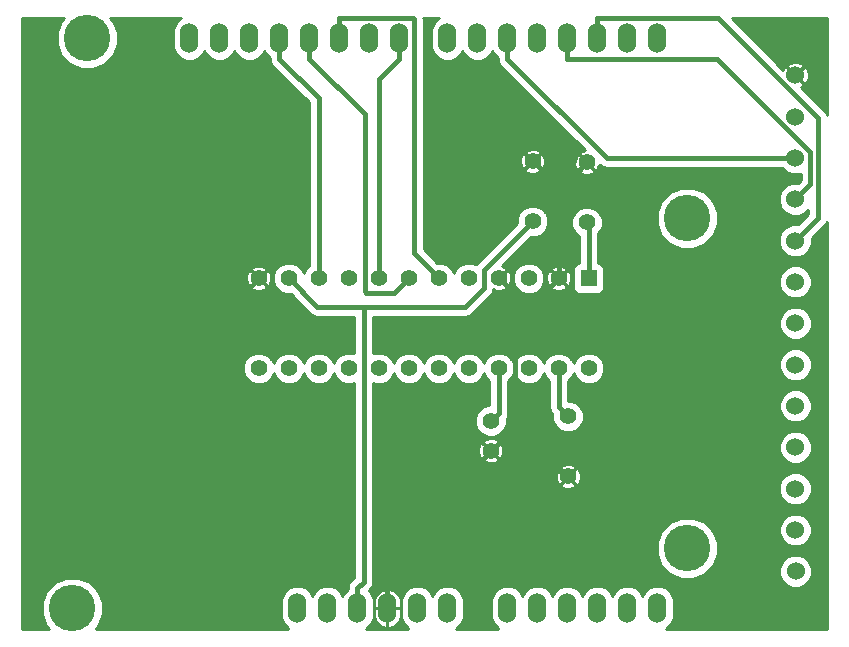
<source format=gbl>
G04 (created by PCBNEW-RS274X (2011-aug-04)-testing) date Mon 24 Sep 2012 02:42:22 PM PDT*
G01*
G70*
G90*
%MOIN*%
G04 Gerber Fmt 3.4, Leading zero omitted, Abs format*
%FSLAX34Y34*%
G04 APERTURE LIST*
%ADD10C,0.006000*%
%ADD11O,0.060000X0.100000*%
%ADD12C,0.155000*%
%ADD13R,0.055000X0.055000*%
%ADD14C,0.055000*%
%ADD15C,0.060000*%
%ADD16C,0.015000*%
%ADD17C,0.010000*%
G04 APERTURE END LIST*
G54D10*
G54D11*
X70237Y-51677D03*
X69237Y-51677D03*
X68237Y-51677D03*
X65237Y-51677D03*
X66237Y-51677D03*
X67237Y-51677D03*
X63237Y-51677D03*
X62237Y-51677D03*
X61237Y-51677D03*
X59237Y-51677D03*
X58237Y-51677D03*
X70237Y-32677D03*
X69237Y-32677D03*
X68237Y-32677D03*
X67237Y-32677D03*
X66237Y-32677D03*
X65237Y-32677D03*
X64237Y-32677D03*
X63237Y-32677D03*
X61637Y-32677D03*
X60637Y-32677D03*
X59637Y-32677D03*
X58637Y-32677D03*
X57637Y-32677D03*
X56637Y-32677D03*
X55637Y-32677D03*
X54637Y-32677D03*
X60237Y-51677D03*
G54D12*
X71237Y-49677D03*
X71237Y-38677D03*
X51237Y-32677D03*
X50737Y-51677D03*
G54D13*
X67951Y-40675D03*
G54D14*
X66951Y-40675D03*
X65951Y-40675D03*
X64951Y-40675D03*
X63951Y-40675D03*
X62951Y-40675D03*
X61951Y-40675D03*
X60951Y-40675D03*
X59951Y-40675D03*
X58951Y-40675D03*
X57951Y-40675D03*
X56951Y-40675D03*
X56951Y-43675D03*
X57951Y-43675D03*
X58951Y-43675D03*
X59951Y-43675D03*
X60951Y-43675D03*
X61951Y-43675D03*
X62951Y-43675D03*
X63951Y-43675D03*
X64951Y-43675D03*
X65951Y-43675D03*
X66951Y-43675D03*
X67951Y-43675D03*
X67264Y-45280D03*
X67264Y-47280D03*
X67894Y-38815D03*
X67894Y-36815D03*
X66083Y-38776D03*
X66083Y-36776D03*
X64685Y-45425D03*
X64685Y-46425D03*
G54D15*
X74843Y-50444D03*
X74842Y-49067D03*
X74841Y-47686D03*
X74842Y-46309D03*
X74842Y-44931D03*
X74842Y-43555D03*
X74842Y-42176D03*
X74841Y-40798D03*
X74841Y-39420D03*
X74841Y-38040D03*
X74840Y-35286D03*
X74841Y-36664D03*
X74841Y-33908D03*
G54D16*
X67951Y-38872D02*
X67951Y-40675D01*
X67894Y-38815D02*
X67951Y-38872D01*
X63834Y-41629D02*
X60451Y-41629D01*
X64452Y-41011D02*
X63834Y-41629D01*
X64452Y-40407D02*
X64452Y-41011D01*
X66083Y-38776D02*
X64452Y-40407D01*
X58905Y-41629D02*
X57951Y-40675D01*
X60451Y-41629D02*
X58905Y-41629D01*
X60451Y-50785D02*
X60237Y-50999D01*
X60451Y-41629D02*
X60451Y-50785D01*
X60237Y-51677D02*
X60237Y-50999D01*
X62077Y-31999D02*
X59637Y-31999D01*
X62119Y-32041D02*
X62077Y-31999D01*
X62119Y-39843D02*
X62119Y-32041D01*
X62951Y-40675D02*
X62119Y-39843D01*
X59637Y-32677D02*
X59637Y-31999D01*
X72255Y-31999D02*
X68237Y-31999D01*
X75594Y-35338D02*
X72255Y-31999D01*
X75594Y-38667D02*
X75594Y-35338D01*
X74841Y-39420D02*
X75594Y-38667D01*
X68237Y-32677D02*
X68237Y-31999D01*
X67237Y-32677D02*
X67237Y-33355D01*
X75340Y-37541D02*
X74841Y-38040D01*
X75340Y-36463D02*
X75340Y-37541D01*
X72232Y-33355D02*
X75340Y-36463D01*
X67237Y-33355D02*
X72232Y-33355D01*
X68546Y-36664D02*
X65237Y-33355D01*
X74841Y-36664D02*
X68546Y-36664D01*
X65237Y-32677D02*
X65237Y-33355D01*
X58951Y-34669D02*
X57637Y-33355D01*
X58951Y-40675D02*
X58951Y-34669D01*
X57637Y-32677D02*
X57637Y-33355D01*
X60494Y-35212D02*
X58637Y-33355D01*
X60494Y-41114D02*
X60494Y-35212D01*
X60537Y-41157D02*
X60494Y-41114D01*
X61469Y-41157D02*
X60537Y-41157D01*
X61951Y-40675D02*
X61469Y-41157D01*
X58637Y-32677D02*
X58637Y-33355D01*
X60951Y-34041D02*
X61637Y-33355D01*
X60951Y-40675D02*
X60951Y-34041D01*
X61637Y-32677D02*
X61637Y-33355D01*
X66405Y-41221D02*
X66951Y-40675D01*
X65497Y-41221D02*
X66405Y-41221D01*
X65497Y-41221D02*
X64951Y-40675D01*
X61237Y-49873D02*
X61237Y-51677D01*
X64685Y-46425D02*
X61237Y-49873D01*
X65497Y-45613D02*
X64685Y-46425D01*
X65497Y-41221D02*
X65497Y-45613D01*
X67164Y-47280D02*
X67264Y-47280D01*
X65497Y-45613D02*
X67164Y-47280D01*
X66951Y-37286D02*
X66951Y-40675D01*
X67423Y-37286D02*
X66951Y-37286D01*
X67894Y-36815D02*
X67423Y-37286D01*
X66593Y-37286D02*
X66083Y-36776D01*
X66951Y-37286D02*
X66593Y-37286D01*
X64951Y-45159D02*
X64951Y-43675D01*
X64685Y-45425D02*
X64951Y-45159D01*
X66951Y-44967D02*
X66951Y-43675D01*
X67264Y-45280D02*
X66951Y-44967D01*
G54D10*
G36*
X60126Y-50650D02*
X60007Y-50769D01*
X59937Y-50875D01*
X59912Y-50999D01*
X59912Y-51024D01*
X59780Y-51157D01*
X59737Y-51259D01*
X59695Y-51157D01*
X59543Y-51006D01*
X59345Y-50923D01*
X59130Y-50923D01*
X58931Y-51005D01*
X58780Y-51157D01*
X58737Y-51259D01*
X58695Y-51157D01*
X58543Y-51006D01*
X58345Y-50923D01*
X58130Y-50923D01*
X57931Y-51005D01*
X57780Y-51157D01*
X57697Y-51355D01*
X57697Y-51570D01*
X57697Y-51998D01*
X57779Y-52197D01*
X57931Y-52348D01*
X57935Y-52350D01*
X51513Y-52350D01*
X51605Y-52258D01*
X51762Y-51882D01*
X51762Y-51474D01*
X51606Y-51097D01*
X51318Y-50809D01*
X50942Y-50652D01*
X50534Y-50652D01*
X50157Y-50808D01*
X49869Y-51096D01*
X49712Y-51472D01*
X49712Y-51880D01*
X49868Y-52257D01*
X49961Y-52350D01*
X49050Y-52350D01*
X49050Y-31998D01*
X50467Y-31998D01*
X50369Y-32096D01*
X50212Y-32472D01*
X50212Y-32880D01*
X50368Y-33257D01*
X50656Y-33545D01*
X51032Y-33702D01*
X51440Y-33702D01*
X51817Y-33546D01*
X52105Y-33258D01*
X52262Y-32882D01*
X52262Y-32474D01*
X52106Y-32097D01*
X52007Y-31998D01*
X54347Y-31998D01*
X54331Y-32005D01*
X54180Y-32157D01*
X54097Y-32355D01*
X54097Y-32570D01*
X54097Y-32998D01*
X54179Y-33197D01*
X54331Y-33348D01*
X54529Y-33431D01*
X54744Y-33431D01*
X54943Y-33349D01*
X55094Y-33197D01*
X55136Y-33094D01*
X55179Y-33197D01*
X55331Y-33348D01*
X55529Y-33431D01*
X55744Y-33431D01*
X55943Y-33349D01*
X56094Y-33197D01*
X56136Y-33094D01*
X56179Y-33197D01*
X56331Y-33348D01*
X56529Y-33431D01*
X56744Y-33431D01*
X56943Y-33349D01*
X57094Y-33197D01*
X57136Y-33094D01*
X57179Y-33197D01*
X57312Y-33329D01*
X57312Y-33355D01*
X57337Y-33479D01*
X57407Y-33585D01*
X58626Y-34804D01*
X58626Y-40257D01*
X58506Y-40377D01*
X58450Y-40510D01*
X58396Y-40378D01*
X58249Y-40230D01*
X58056Y-40150D01*
X57847Y-40150D01*
X57654Y-40230D01*
X57506Y-40377D01*
X57426Y-40570D01*
X57426Y-40779D01*
X57506Y-40972D01*
X57653Y-41120D01*
X57846Y-41200D01*
X58016Y-41200D01*
X58675Y-41859D01*
X58780Y-41929D01*
X58781Y-41929D01*
X58905Y-41954D01*
X60126Y-41954D01*
X60126Y-43179D01*
X60056Y-43150D01*
X59847Y-43150D01*
X59654Y-43230D01*
X59506Y-43377D01*
X59450Y-43510D01*
X59396Y-43378D01*
X59249Y-43230D01*
X59056Y-43150D01*
X58847Y-43150D01*
X58654Y-43230D01*
X58506Y-43377D01*
X58450Y-43510D01*
X58396Y-43378D01*
X58249Y-43230D01*
X58056Y-43150D01*
X57847Y-43150D01*
X57654Y-43230D01*
X57506Y-43377D01*
X57450Y-43510D01*
X57396Y-43378D01*
X57369Y-43350D01*
X57369Y-40604D01*
X57310Y-40449D01*
X57297Y-40430D01*
X57228Y-40405D01*
X57221Y-40412D01*
X57221Y-40398D01*
X57196Y-40329D01*
X57045Y-40261D01*
X56880Y-40257D01*
X56725Y-40316D01*
X56706Y-40329D01*
X56681Y-40398D01*
X56951Y-40668D01*
X57221Y-40398D01*
X57221Y-40412D01*
X56958Y-40675D01*
X57228Y-40945D01*
X57297Y-40920D01*
X57365Y-40769D01*
X57369Y-40604D01*
X57369Y-43350D01*
X57249Y-43230D01*
X57221Y-43218D01*
X57221Y-40952D01*
X56951Y-40682D01*
X56944Y-40689D01*
X56944Y-40675D01*
X56674Y-40405D01*
X56605Y-40430D01*
X56537Y-40581D01*
X56533Y-40746D01*
X56592Y-40901D01*
X56605Y-40920D01*
X56674Y-40945D01*
X56944Y-40675D01*
X56944Y-40689D01*
X56681Y-40952D01*
X56706Y-41021D01*
X56857Y-41089D01*
X57022Y-41093D01*
X57177Y-41034D01*
X57196Y-41021D01*
X57221Y-40952D01*
X57221Y-43218D01*
X57056Y-43150D01*
X56847Y-43150D01*
X56654Y-43230D01*
X56506Y-43377D01*
X56426Y-43570D01*
X56426Y-43779D01*
X56506Y-43972D01*
X56653Y-44120D01*
X56846Y-44200D01*
X57055Y-44200D01*
X57248Y-44120D01*
X57396Y-43973D01*
X57451Y-43839D01*
X57506Y-43972D01*
X57653Y-44120D01*
X57846Y-44200D01*
X58055Y-44200D01*
X58248Y-44120D01*
X58396Y-43973D01*
X58451Y-43839D01*
X58506Y-43972D01*
X58653Y-44120D01*
X58846Y-44200D01*
X59055Y-44200D01*
X59248Y-44120D01*
X59396Y-43973D01*
X59451Y-43839D01*
X59506Y-43972D01*
X59653Y-44120D01*
X59846Y-44200D01*
X60055Y-44200D01*
X60126Y-44170D01*
X60126Y-50650D01*
X60126Y-50650D01*
G37*
G54D17*
X60126Y-50650D02*
X60007Y-50769D01*
X59937Y-50875D01*
X59912Y-50999D01*
X59912Y-51024D01*
X59780Y-51157D01*
X59737Y-51259D01*
X59695Y-51157D01*
X59543Y-51006D01*
X59345Y-50923D01*
X59130Y-50923D01*
X58931Y-51005D01*
X58780Y-51157D01*
X58737Y-51259D01*
X58695Y-51157D01*
X58543Y-51006D01*
X58345Y-50923D01*
X58130Y-50923D01*
X57931Y-51005D01*
X57780Y-51157D01*
X57697Y-51355D01*
X57697Y-51570D01*
X57697Y-51998D01*
X57779Y-52197D01*
X57931Y-52348D01*
X57935Y-52350D01*
X51513Y-52350D01*
X51605Y-52258D01*
X51762Y-51882D01*
X51762Y-51474D01*
X51606Y-51097D01*
X51318Y-50809D01*
X50942Y-50652D01*
X50534Y-50652D01*
X50157Y-50808D01*
X49869Y-51096D01*
X49712Y-51472D01*
X49712Y-51880D01*
X49868Y-52257D01*
X49961Y-52350D01*
X49050Y-52350D01*
X49050Y-31998D01*
X50467Y-31998D01*
X50369Y-32096D01*
X50212Y-32472D01*
X50212Y-32880D01*
X50368Y-33257D01*
X50656Y-33545D01*
X51032Y-33702D01*
X51440Y-33702D01*
X51817Y-33546D01*
X52105Y-33258D01*
X52262Y-32882D01*
X52262Y-32474D01*
X52106Y-32097D01*
X52007Y-31998D01*
X54347Y-31998D01*
X54331Y-32005D01*
X54180Y-32157D01*
X54097Y-32355D01*
X54097Y-32570D01*
X54097Y-32998D01*
X54179Y-33197D01*
X54331Y-33348D01*
X54529Y-33431D01*
X54744Y-33431D01*
X54943Y-33349D01*
X55094Y-33197D01*
X55136Y-33094D01*
X55179Y-33197D01*
X55331Y-33348D01*
X55529Y-33431D01*
X55744Y-33431D01*
X55943Y-33349D01*
X56094Y-33197D01*
X56136Y-33094D01*
X56179Y-33197D01*
X56331Y-33348D01*
X56529Y-33431D01*
X56744Y-33431D01*
X56943Y-33349D01*
X57094Y-33197D01*
X57136Y-33094D01*
X57179Y-33197D01*
X57312Y-33329D01*
X57312Y-33355D01*
X57337Y-33479D01*
X57407Y-33585D01*
X58626Y-34804D01*
X58626Y-40257D01*
X58506Y-40377D01*
X58450Y-40510D01*
X58396Y-40378D01*
X58249Y-40230D01*
X58056Y-40150D01*
X57847Y-40150D01*
X57654Y-40230D01*
X57506Y-40377D01*
X57426Y-40570D01*
X57426Y-40779D01*
X57506Y-40972D01*
X57653Y-41120D01*
X57846Y-41200D01*
X58016Y-41200D01*
X58675Y-41859D01*
X58780Y-41929D01*
X58781Y-41929D01*
X58905Y-41954D01*
X60126Y-41954D01*
X60126Y-43179D01*
X60056Y-43150D01*
X59847Y-43150D01*
X59654Y-43230D01*
X59506Y-43377D01*
X59450Y-43510D01*
X59396Y-43378D01*
X59249Y-43230D01*
X59056Y-43150D01*
X58847Y-43150D01*
X58654Y-43230D01*
X58506Y-43377D01*
X58450Y-43510D01*
X58396Y-43378D01*
X58249Y-43230D01*
X58056Y-43150D01*
X57847Y-43150D01*
X57654Y-43230D01*
X57506Y-43377D01*
X57450Y-43510D01*
X57396Y-43378D01*
X57369Y-43350D01*
X57369Y-40604D01*
X57310Y-40449D01*
X57297Y-40430D01*
X57228Y-40405D01*
X57221Y-40412D01*
X57221Y-40398D01*
X57196Y-40329D01*
X57045Y-40261D01*
X56880Y-40257D01*
X56725Y-40316D01*
X56706Y-40329D01*
X56681Y-40398D01*
X56951Y-40668D01*
X57221Y-40398D01*
X57221Y-40412D01*
X56958Y-40675D01*
X57228Y-40945D01*
X57297Y-40920D01*
X57365Y-40769D01*
X57369Y-40604D01*
X57369Y-43350D01*
X57249Y-43230D01*
X57221Y-43218D01*
X57221Y-40952D01*
X56951Y-40682D01*
X56944Y-40689D01*
X56944Y-40675D01*
X56674Y-40405D01*
X56605Y-40430D01*
X56537Y-40581D01*
X56533Y-40746D01*
X56592Y-40901D01*
X56605Y-40920D01*
X56674Y-40945D01*
X56944Y-40675D01*
X56944Y-40689D01*
X56681Y-40952D01*
X56706Y-41021D01*
X56857Y-41089D01*
X57022Y-41093D01*
X57177Y-41034D01*
X57196Y-41021D01*
X57221Y-40952D01*
X57221Y-43218D01*
X57056Y-43150D01*
X56847Y-43150D01*
X56654Y-43230D01*
X56506Y-43377D01*
X56426Y-43570D01*
X56426Y-43779D01*
X56506Y-43972D01*
X56653Y-44120D01*
X56846Y-44200D01*
X57055Y-44200D01*
X57248Y-44120D01*
X57396Y-43973D01*
X57451Y-43839D01*
X57506Y-43972D01*
X57653Y-44120D01*
X57846Y-44200D01*
X58055Y-44200D01*
X58248Y-44120D01*
X58396Y-43973D01*
X58451Y-43839D01*
X58506Y-43972D01*
X58653Y-44120D01*
X58846Y-44200D01*
X59055Y-44200D01*
X59248Y-44120D01*
X59396Y-43973D01*
X59451Y-43839D01*
X59506Y-43972D01*
X59653Y-44120D01*
X59846Y-44200D01*
X60055Y-44200D01*
X60126Y-44170D01*
X60126Y-50650D01*
G54D10*
G36*
X75895Y-35218D02*
X75894Y-35214D01*
X75824Y-35108D01*
X75285Y-34569D01*
X75285Y-33833D01*
X75223Y-33669D01*
X75207Y-33648D01*
X75136Y-33620D01*
X75129Y-33627D01*
X75129Y-33613D01*
X75101Y-33542D01*
X74941Y-33470D01*
X74766Y-33464D01*
X74602Y-33526D01*
X74581Y-33542D01*
X74553Y-33613D01*
X74841Y-33901D01*
X75129Y-33613D01*
X75129Y-33627D01*
X74848Y-33908D01*
X75136Y-34196D01*
X75207Y-34168D01*
X75279Y-34008D01*
X75285Y-33833D01*
X75285Y-34569D01*
X75026Y-34310D01*
X75080Y-34290D01*
X75101Y-34274D01*
X75129Y-34203D01*
X74876Y-33950D01*
X74841Y-33915D01*
X74834Y-33908D01*
X74799Y-33873D01*
X74546Y-33620D01*
X74475Y-33648D01*
X74440Y-33724D01*
X72714Y-31998D01*
X75895Y-31998D01*
X75895Y-35218D01*
X75895Y-35218D01*
G37*
G54D17*
X75895Y-35218D02*
X75894Y-35214D01*
X75824Y-35108D01*
X75285Y-34569D01*
X75285Y-33833D01*
X75223Y-33669D01*
X75207Y-33648D01*
X75136Y-33620D01*
X75129Y-33627D01*
X75129Y-33613D01*
X75101Y-33542D01*
X74941Y-33470D01*
X74766Y-33464D01*
X74602Y-33526D01*
X74581Y-33542D01*
X74553Y-33613D01*
X74841Y-33901D01*
X75129Y-33613D01*
X75129Y-33627D01*
X74848Y-33908D01*
X75136Y-34196D01*
X75207Y-34168D01*
X75279Y-34008D01*
X75285Y-33833D01*
X75285Y-34569D01*
X75026Y-34310D01*
X75080Y-34290D01*
X75101Y-34274D01*
X75129Y-34203D01*
X74876Y-33950D01*
X74841Y-33915D01*
X74834Y-33908D01*
X74799Y-33873D01*
X74546Y-33620D01*
X74475Y-33648D01*
X74440Y-33724D01*
X72714Y-31998D01*
X75895Y-31998D01*
X75895Y-35218D01*
G54D10*
G36*
X75895Y-52350D02*
X75392Y-52350D01*
X75392Y-50553D01*
X75392Y-50335D01*
X75391Y-50332D01*
X75391Y-49176D01*
X75391Y-48958D01*
X75391Y-46418D01*
X75391Y-46200D01*
X75391Y-45040D01*
X75391Y-44822D01*
X75391Y-43664D01*
X75391Y-43446D01*
X75391Y-42285D01*
X75391Y-42067D01*
X75390Y-42064D01*
X75390Y-40907D01*
X75390Y-40689D01*
X75306Y-40487D01*
X75152Y-40333D01*
X74950Y-40249D01*
X74732Y-40249D01*
X74530Y-40333D01*
X74376Y-40487D01*
X74292Y-40689D01*
X74292Y-40907D01*
X74376Y-41109D01*
X74530Y-41263D01*
X74732Y-41347D01*
X74950Y-41347D01*
X75152Y-41263D01*
X75306Y-41109D01*
X75390Y-40907D01*
X75390Y-42064D01*
X75307Y-41865D01*
X75153Y-41711D01*
X74951Y-41627D01*
X74733Y-41627D01*
X74531Y-41711D01*
X74377Y-41865D01*
X74293Y-42067D01*
X74293Y-42285D01*
X74377Y-42487D01*
X74531Y-42641D01*
X74733Y-42725D01*
X74951Y-42725D01*
X75153Y-42641D01*
X75307Y-42487D01*
X75391Y-42285D01*
X75391Y-43446D01*
X75307Y-43244D01*
X75153Y-43090D01*
X74951Y-43006D01*
X74733Y-43006D01*
X74531Y-43090D01*
X74377Y-43244D01*
X74293Y-43446D01*
X74293Y-43664D01*
X74377Y-43866D01*
X74531Y-44020D01*
X74733Y-44104D01*
X74951Y-44104D01*
X75153Y-44020D01*
X75307Y-43866D01*
X75391Y-43664D01*
X75391Y-44822D01*
X75307Y-44620D01*
X75153Y-44466D01*
X74951Y-44382D01*
X74733Y-44382D01*
X74531Y-44466D01*
X74377Y-44620D01*
X74293Y-44822D01*
X74293Y-45040D01*
X74377Y-45242D01*
X74531Y-45396D01*
X74733Y-45480D01*
X74951Y-45480D01*
X75153Y-45396D01*
X75307Y-45242D01*
X75391Y-45040D01*
X75391Y-46200D01*
X75307Y-45998D01*
X75153Y-45844D01*
X74951Y-45760D01*
X74733Y-45760D01*
X74531Y-45844D01*
X74377Y-45998D01*
X74293Y-46200D01*
X74293Y-46418D01*
X74377Y-46620D01*
X74531Y-46774D01*
X74733Y-46858D01*
X74951Y-46858D01*
X75153Y-46774D01*
X75307Y-46620D01*
X75391Y-46418D01*
X75391Y-48958D01*
X75390Y-48955D01*
X75390Y-47795D01*
X75390Y-47577D01*
X75306Y-47375D01*
X75152Y-47221D01*
X74950Y-47137D01*
X74732Y-47137D01*
X74530Y-47221D01*
X74376Y-47375D01*
X74292Y-47577D01*
X74292Y-47795D01*
X74376Y-47997D01*
X74530Y-48151D01*
X74732Y-48235D01*
X74950Y-48235D01*
X75152Y-48151D01*
X75306Y-47997D01*
X75390Y-47795D01*
X75390Y-48955D01*
X75307Y-48756D01*
X75153Y-48602D01*
X74951Y-48518D01*
X74733Y-48518D01*
X74531Y-48602D01*
X74377Y-48756D01*
X74293Y-48958D01*
X74293Y-49176D01*
X74377Y-49378D01*
X74531Y-49532D01*
X74733Y-49616D01*
X74951Y-49616D01*
X75153Y-49532D01*
X75307Y-49378D01*
X75391Y-49176D01*
X75391Y-50332D01*
X75308Y-50133D01*
X75154Y-49979D01*
X74952Y-49895D01*
X74734Y-49895D01*
X74532Y-49979D01*
X74378Y-50133D01*
X74294Y-50335D01*
X74294Y-50553D01*
X74378Y-50755D01*
X74532Y-50909D01*
X74734Y-50993D01*
X74952Y-50993D01*
X75154Y-50909D01*
X75308Y-50755D01*
X75392Y-50553D01*
X75392Y-52350D01*
X72262Y-52350D01*
X72262Y-49882D01*
X72262Y-49474D01*
X72262Y-38882D01*
X72262Y-38474D01*
X72106Y-38097D01*
X71818Y-37809D01*
X71442Y-37652D01*
X71034Y-37652D01*
X70657Y-37808D01*
X70369Y-38096D01*
X70212Y-38472D01*
X70212Y-38880D01*
X70368Y-39257D01*
X70656Y-39545D01*
X71032Y-39702D01*
X71440Y-39702D01*
X71817Y-39546D01*
X72105Y-39258D01*
X72262Y-38882D01*
X72262Y-49474D01*
X72106Y-49097D01*
X71818Y-48809D01*
X71442Y-48652D01*
X71034Y-48652D01*
X70657Y-48808D01*
X70369Y-49096D01*
X70212Y-49472D01*
X70212Y-49880D01*
X70368Y-50257D01*
X70656Y-50545D01*
X71032Y-50702D01*
X71440Y-50702D01*
X71817Y-50546D01*
X72105Y-50258D01*
X72262Y-49882D01*
X72262Y-52350D01*
X70540Y-52350D01*
X70543Y-52349D01*
X70694Y-52197D01*
X70777Y-51999D01*
X70777Y-51784D01*
X70777Y-51356D01*
X70695Y-51157D01*
X70543Y-51006D01*
X70345Y-50923D01*
X70130Y-50923D01*
X69931Y-51005D01*
X69780Y-51157D01*
X69737Y-51259D01*
X69695Y-51157D01*
X69543Y-51006D01*
X69345Y-50923D01*
X69130Y-50923D01*
X68931Y-51005D01*
X68780Y-51157D01*
X68737Y-51259D01*
X68695Y-51157D01*
X68543Y-51006D01*
X68345Y-50923D01*
X68130Y-50923D01*
X67931Y-51005D01*
X67780Y-51157D01*
X67737Y-51259D01*
X67695Y-51157D01*
X67682Y-51144D01*
X67682Y-47209D01*
X67623Y-47054D01*
X67610Y-47035D01*
X67541Y-47010D01*
X67534Y-47017D01*
X67534Y-47003D01*
X67509Y-46934D01*
X67358Y-46866D01*
X67193Y-46862D01*
X67038Y-46921D01*
X67019Y-46934D01*
X66994Y-47003D01*
X67264Y-47273D01*
X67534Y-47003D01*
X67534Y-47017D01*
X67271Y-47280D01*
X67541Y-47550D01*
X67610Y-47525D01*
X67678Y-47374D01*
X67682Y-47209D01*
X67682Y-51144D01*
X67543Y-51006D01*
X67534Y-51002D01*
X67534Y-47557D01*
X67264Y-47287D01*
X67257Y-47294D01*
X67257Y-47280D01*
X66987Y-47010D01*
X66918Y-47035D01*
X66850Y-47186D01*
X66846Y-47351D01*
X66905Y-47506D01*
X66918Y-47525D01*
X66987Y-47550D01*
X67257Y-47280D01*
X67257Y-47294D01*
X66994Y-47557D01*
X67019Y-47626D01*
X67170Y-47694D01*
X67335Y-47698D01*
X67490Y-47639D01*
X67509Y-47626D01*
X67534Y-47557D01*
X67534Y-51002D01*
X67345Y-50923D01*
X67130Y-50923D01*
X66931Y-51005D01*
X66780Y-51157D01*
X66737Y-51259D01*
X66695Y-51157D01*
X66543Y-51006D01*
X66345Y-50923D01*
X66130Y-50923D01*
X65931Y-51005D01*
X65780Y-51157D01*
X65737Y-51259D01*
X65695Y-51157D01*
X65543Y-51006D01*
X65345Y-50923D01*
X65130Y-50923D01*
X65103Y-50934D01*
X65103Y-46354D01*
X65044Y-46199D01*
X65031Y-46180D01*
X64962Y-46155D01*
X64955Y-46162D01*
X64955Y-46148D01*
X64930Y-46079D01*
X64779Y-46011D01*
X64614Y-46007D01*
X64459Y-46066D01*
X64440Y-46079D01*
X64415Y-46148D01*
X64685Y-46418D01*
X64955Y-46148D01*
X64955Y-46162D01*
X64692Y-46425D01*
X64962Y-46695D01*
X65031Y-46670D01*
X65099Y-46519D01*
X65103Y-46354D01*
X65103Y-50934D01*
X64955Y-50995D01*
X64955Y-46702D01*
X64685Y-46432D01*
X64678Y-46439D01*
X64678Y-46425D01*
X64408Y-46155D01*
X64339Y-46180D01*
X64271Y-46331D01*
X64267Y-46496D01*
X64326Y-46651D01*
X64339Y-46670D01*
X64408Y-46695D01*
X64678Y-46425D01*
X64678Y-46439D01*
X64415Y-46702D01*
X64440Y-46771D01*
X64591Y-46839D01*
X64756Y-46843D01*
X64911Y-46784D01*
X64930Y-46771D01*
X64955Y-46702D01*
X64955Y-50995D01*
X64931Y-51005D01*
X64780Y-51157D01*
X64697Y-51355D01*
X64697Y-51570D01*
X64697Y-51998D01*
X64779Y-52197D01*
X64931Y-52348D01*
X64935Y-52350D01*
X63540Y-52350D01*
X63543Y-52349D01*
X63694Y-52197D01*
X63777Y-51999D01*
X63777Y-51784D01*
X63777Y-51356D01*
X63695Y-51157D01*
X63543Y-51006D01*
X63345Y-50923D01*
X63130Y-50923D01*
X62931Y-51005D01*
X62780Y-51157D01*
X62737Y-51259D01*
X62695Y-51157D01*
X62543Y-51006D01*
X62345Y-50923D01*
X62130Y-50923D01*
X61931Y-51005D01*
X61780Y-51157D01*
X61697Y-51355D01*
X61697Y-51570D01*
X61697Y-51998D01*
X61779Y-52197D01*
X61931Y-52348D01*
X61935Y-52350D01*
X61687Y-52350D01*
X61687Y-51972D01*
X61687Y-51682D01*
X61687Y-51672D01*
X61687Y-51382D01*
X61616Y-51217D01*
X61488Y-51092D01*
X61312Y-51034D01*
X61242Y-51065D01*
X61242Y-51672D01*
X61687Y-51672D01*
X61687Y-51682D01*
X61242Y-51682D01*
X61242Y-52289D01*
X61312Y-52320D01*
X61488Y-52262D01*
X61616Y-52137D01*
X61687Y-51972D01*
X61687Y-52350D01*
X61232Y-52350D01*
X61232Y-52289D01*
X61232Y-51682D01*
X61232Y-51672D01*
X61232Y-51065D01*
X61162Y-51034D01*
X60986Y-51092D01*
X60858Y-51217D01*
X60787Y-51382D01*
X60787Y-51672D01*
X61232Y-51672D01*
X61232Y-51682D01*
X60787Y-51682D01*
X60787Y-51972D01*
X60858Y-52137D01*
X60986Y-52262D01*
X61162Y-52320D01*
X61232Y-52289D01*
X61232Y-52350D01*
X60540Y-52350D01*
X60543Y-52349D01*
X60694Y-52197D01*
X60777Y-51999D01*
X60777Y-51784D01*
X60777Y-51356D01*
X60695Y-51157D01*
X60616Y-51078D01*
X60678Y-51016D01*
X60680Y-51015D01*
X60681Y-51015D01*
X60750Y-50910D01*
X60751Y-50909D01*
X60776Y-50785D01*
X60776Y-44170D01*
X60846Y-44200D01*
X61055Y-44200D01*
X61248Y-44120D01*
X61396Y-43973D01*
X61451Y-43839D01*
X61506Y-43972D01*
X61653Y-44120D01*
X61846Y-44200D01*
X62055Y-44200D01*
X62248Y-44120D01*
X62396Y-43973D01*
X62451Y-43839D01*
X62506Y-43972D01*
X62653Y-44120D01*
X62846Y-44200D01*
X63055Y-44200D01*
X63248Y-44120D01*
X63396Y-43973D01*
X63451Y-43839D01*
X63506Y-43972D01*
X63653Y-44120D01*
X63846Y-44200D01*
X64055Y-44200D01*
X64248Y-44120D01*
X64396Y-43973D01*
X64451Y-43839D01*
X64506Y-43972D01*
X64626Y-44092D01*
X64626Y-44900D01*
X64581Y-44900D01*
X64388Y-44980D01*
X64240Y-45127D01*
X64160Y-45320D01*
X64160Y-45529D01*
X64240Y-45722D01*
X64387Y-45870D01*
X64580Y-45950D01*
X64789Y-45950D01*
X64982Y-45870D01*
X65130Y-45723D01*
X65210Y-45530D01*
X65210Y-45345D01*
X65251Y-45284D01*
X65251Y-45283D01*
X65276Y-45159D01*
X65276Y-44092D01*
X65396Y-43973D01*
X65451Y-43839D01*
X65506Y-43972D01*
X65653Y-44120D01*
X65846Y-44200D01*
X66055Y-44200D01*
X66248Y-44120D01*
X66396Y-43973D01*
X66451Y-43839D01*
X66506Y-43972D01*
X66626Y-44092D01*
X66626Y-44967D01*
X66651Y-45091D01*
X66721Y-45197D01*
X66739Y-45214D01*
X66739Y-45384D01*
X66819Y-45577D01*
X66966Y-45725D01*
X67159Y-45805D01*
X67368Y-45805D01*
X67561Y-45725D01*
X67709Y-45578D01*
X67789Y-45385D01*
X67789Y-45176D01*
X67709Y-44983D01*
X67562Y-44835D01*
X67369Y-44755D01*
X67276Y-44755D01*
X67276Y-44092D01*
X67396Y-43973D01*
X67451Y-43839D01*
X67506Y-43972D01*
X67653Y-44120D01*
X67846Y-44200D01*
X68055Y-44200D01*
X68248Y-44120D01*
X68396Y-43973D01*
X68476Y-43780D01*
X68476Y-43571D01*
X68475Y-43568D01*
X68475Y-41000D01*
X68475Y-40901D01*
X68475Y-40351D01*
X68437Y-40259D01*
X68367Y-40189D01*
X68276Y-40151D01*
X68276Y-39175D01*
X68339Y-39113D01*
X68419Y-38920D01*
X68419Y-38711D01*
X68339Y-38518D01*
X68192Y-38370D01*
X68164Y-38358D01*
X68164Y-37092D01*
X67894Y-36822D01*
X67887Y-36829D01*
X67887Y-36815D01*
X67617Y-36545D01*
X67548Y-36570D01*
X67480Y-36721D01*
X67476Y-36886D01*
X67535Y-37041D01*
X67548Y-37060D01*
X67617Y-37085D01*
X67887Y-36815D01*
X67887Y-36829D01*
X67624Y-37092D01*
X67649Y-37161D01*
X67800Y-37229D01*
X67965Y-37233D01*
X68120Y-37174D01*
X68139Y-37161D01*
X68164Y-37092D01*
X68164Y-38358D01*
X67999Y-38290D01*
X67790Y-38290D01*
X67597Y-38370D01*
X67449Y-38517D01*
X67369Y-38710D01*
X67369Y-38919D01*
X67449Y-39112D01*
X67596Y-39260D01*
X67626Y-39272D01*
X67626Y-40151D01*
X67535Y-40189D01*
X67465Y-40259D01*
X67427Y-40350D01*
X67427Y-40449D01*
X67427Y-40999D01*
X67465Y-41091D01*
X67535Y-41161D01*
X67626Y-41199D01*
X67725Y-41199D01*
X68275Y-41199D01*
X68367Y-41161D01*
X68437Y-41091D01*
X68475Y-41000D01*
X68475Y-43568D01*
X68396Y-43378D01*
X68249Y-43230D01*
X68056Y-43150D01*
X67847Y-43150D01*
X67654Y-43230D01*
X67506Y-43377D01*
X67450Y-43510D01*
X67396Y-43378D01*
X67369Y-43350D01*
X67369Y-40604D01*
X67310Y-40449D01*
X67297Y-40430D01*
X67228Y-40405D01*
X67221Y-40412D01*
X67221Y-40398D01*
X67196Y-40329D01*
X67045Y-40261D01*
X66880Y-40257D01*
X66725Y-40316D01*
X66706Y-40329D01*
X66681Y-40398D01*
X66951Y-40668D01*
X67221Y-40398D01*
X67221Y-40412D01*
X66958Y-40675D01*
X67228Y-40945D01*
X67297Y-40920D01*
X67365Y-40769D01*
X67369Y-40604D01*
X67369Y-43350D01*
X67249Y-43230D01*
X67221Y-43218D01*
X67221Y-40952D01*
X66951Y-40682D01*
X66944Y-40689D01*
X66944Y-40675D01*
X66674Y-40405D01*
X66605Y-40430D01*
X66537Y-40581D01*
X66533Y-40746D01*
X66592Y-40901D01*
X66605Y-40920D01*
X66674Y-40945D01*
X66944Y-40675D01*
X66944Y-40689D01*
X66681Y-40952D01*
X66706Y-41021D01*
X66857Y-41089D01*
X67022Y-41093D01*
X67177Y-41034D01*
X67196Y-41021D01*
X67221Y-40952D01*
X67221Y-43218D01*
X67056Y-43150D01*
X66847Y-43150D01*
X66654Y-43230D01*
X66506Y-43377D01*
X66476Y-43448D01*
X66476Y-40780D01*
X66476Y-40571D01*
X66396Y-40378D01*
X66249Y-40230D01*
X66056Y-40150D01*
X65847Y-40150D01*
X65654Y-40230D01*
X65506Y-40377D01*
X65426Y-40570D01*
X65426Y-40779D01*
X65506Y-40972D01*
X65653Y-41120D01*
X65846Y-41200D01*
X66055Y-41200D01*
X66248Y-41120D01*
X66396Y-40973D01*
X66476Y-40780D01*
X66476Y-43448D01*
X66450Y-43510D01*
X66396Y-43378D01*
X66249Y-43230D01*
X66056Y-43150D01*
X65847Y-43150D01*
X65654Y-43230D01*
X65506Y-43377D01*
X65450Y-43510D01*
X65396Y-43378D01*
X65369Y-43350D01*
X65369Y-40604D01*
X65310Y-40449D01*
X65297Y-40430D01*
X65228Y-40405D01*
X64958Y-40675D01*
X65228Y-40945D01*
X65297Y-40920D01*
X65365Y-40769D01*
X65369Y-40604D01*
X65369Y-43350D01*
X65249Y-43230D01*
X65056Y-43150D01*
X64847Y-43150D01*
X64654Y-43230D01*
X64506Y-43377D01*
X64450Y-43510D01*
X64396Y-43378D01*
X64249Y-43230D01*
X64056Y-43150D01*
X63847Y-43150D01*
X63654Y-43230D01*
X63506Y-43377D01*
X63450Y-43510D01*
X63396Y-43378D01*
X63249Y-43230D01*
X63056Y-43150D01*
X62847Y-43150D01*
X62654Y-43230D01*
X62506Y-43377D01*
X62450Y-43510D01*
X62396Y-43378D01*
X62249Y-43230D01*
X62056Y-43150D01*
X61847Y-43150D01*
X61654Y-43230D01*
X61506Y-43377D01*
X61450Y-43510D01*
X61396Y-43378D01*
X61249Y-43230D01*
X61056Y-43150D01*
X60847Y-43150D01*
X60776Y-43179D01*
X60776Y-41954D01*
X63834Y-41954D01*
X63958Y-41929D01*
X64064Y-41859D01*
X64681Y-41242D01*
X64681Y-41241D01*
X64682Y-41241D01*
X64751Y-41136D01*
X64752Y-41135D01*
X64769Y-41049D01*
X64857Y-41089D01*
X65022Y-41093D01*
X65177Y-41034D01*
X65196Y-41021D01*
X65221Y-40952D01*
X64986Y-40717D01*
X64951Y-40682D01*
X64944Y-40675D01*
X64951Y-40668D01*
X64986Y-40633D01*
X65221Y-40398D01*
X65196Y-40329D01*
X65053Y-40264D01*
X66017Y-39301D01*
X66187Y-39301D01*
X66380Y-39221D01*
X66528Y-39074D01*
X66608Y-38881D01*
X66608Y-38672D01*
X66528Y-38479D01*
X66501Y-38451D01*
X66501Y-36705D01*
X66442Y-36550D01*
X66429Y-36531D01*
X66360Y-36506D01*
X66353Y-36513D01*
X66353Y-36499D01*
X66328Y-36430D01*
X66177Y-36362D01*
X66012Y-36358D01*
X65857Y-36417D01*
X65838Y-36430D01*
X65813Y-36499D01*
X66083Y-36769D01*
X66353Y-36499D01*
X66353Y-36513D01*
X66090Y-36776D01*
X66360Y-37046D01*
X66429Y-37021D01*
X66497Y-36870D01*
X66501Y-36705D01*
X66501Y-38451D01*
X66381Y-38331D01*
X66353Y-38319D01*
X66353Y-37053D01*
X66083Y-36783D01*
X66076Y-36790D01*
X66076Y-36776D01*
X65806Y-36506D01*
X65737Y-36531D01*
X65669Y-36682D01*
X65665Y-36847D01*
X65724Y-37002D01*
X65737Y-37021D01*
X65806Y-37046D01*
X66076Y-36776D01*
X66076Y-36790D01*
X65813Y-37053D01*
X65838Y-37122D01*
X65989Y-37190D01*
X66154Y-37194D01*
X66309Y-37135D01*
X66328Y-37122D01*
X66353Y-37053D01*
X66353Y-38319D01*
X66188Y-38251D01*
X65979Y-38251D01*
X65786Y-38331D01*
X65638Y-38478D01*
X65558Y-38671D01*
X65558Y-38841D01*
X64222Y-40177D01*
X64200Y-40209D01*
X64056Y-40150D01*
X63847Y-40150D01*
X63654Y-40230D01*
X63506Y-40377D01*
X63450Y-40510D01*
X63396Y-40378D01*
X63249Y-40230D01*
X63056Y-40150D01*
X62885Y-40150D01*
X62444Y-39708D01*
X62444Y-32041D01*
X62435Y-31998D01*
X62947Y-31998D01*
X62931Y-32005D01*
X62780Y-32157D01*
X62697Y-32355D01*
X62697Y-32570D01*
X62697Y-32998D01*
X62779Y-33197D01*
X62931Y-33348D01*
X63129Y-33431D01*
X63344Y-33431D01*
X63543Y-33349D01*
X63694Y-33197D01*
X63736Y-33094D01*
X63779Y-33197D01*
X63931Y-33348D01*
X64129Y-33431D01*
X64344Y-33431D01*
X64543Y-33349D01*
X64694Y-33197D01*
X64736Y-33094D01*
X64779Y-33197D01*
X64912Y-33329D01*
X64912Y-33355D01*
X64937Y-33479D01*
X65007Y-33585D01*
X67820Y-36397D01*
X67668Y-36456D01*
X67649Y-36469D01*
X67624Y-36538D01*
X67859Y-36773D01*
X67894Y-36808D01*
X67901Y-36815D01*
X67936Y-36850D01*
X68171Y-37085D01*
X68240Y-37060D01*
X68308Y-36909D01*
X68308Y-36885D01*
X68314Y-36891D01*
X68316Y-36894D01*
X68421Y-36963D01*
X68422Y-36964D01*
X68546Y-36989D01*
X74390Y-36989D01*
X74530Y-37129D01*
X74732Y-37213D01*
X74950Y-37213D01*
X75015Y-37185D01*
X75015Y-37406D01*
X74930Y-37491D01*
X74732Y-37491D01*
X74530Y-37575D01*
X74376Y-37729D01*
X74292Y-37931D01*
X74292Y-38149D01*
X74376Y-38351D01*
X74530Y-38505D01*
X74732Y-38589D01*
X74950Y-38589D01*
X75152Y-38505D01*
X75269Y-38388D01*
X75269Y-38532D01*
X74930Y-38871D01*
X74732Y-38871D01*
X74530Y-38955D01*
X74376Y-39109D01*
X74292Y-39311D01*
X74292Y-39529D01*
X74376Y-39731D01*
X74530Y-39885D01*
X74732Y-39969D01*
X74950Y-39969D01*
X75152Y-39885D01*
X75306Y-39731D01*
X75390Y-39529D01*
X75390Y-39330D01*
X75821Y-38898D01*
X75823Y-38897D01*
X75824Y-38897D01*
X75893Y-38792D01*
X75894Y-38791D01*
X75895Y-38786D01*
X75895Y-52350D01*
X75895Y-52350D01*
G37*
G54D17*
X75895Y-52350D02*
X75392Y-52350D01*
X75392Y-50553D01*
X75392Y-50335D01*
X75391Y-50332D01*
X75391Y-49176D01*
X75391Y-48958D01*
X75391Y-46418D01*
X75391Y-46200D01*
X75391Y-45040D01*
X75391Y-44822D01*
X75391Y-43664D01*
X75391Y-43446D01*
X75391Y-42285D01*
X75391Y-42067D01*
X75390Y-42064D01*
X75390Y-40907D01*
X75390Y-40689D01*
X75306Y-40487D01*
X75152Y-40333D01*
X74950Y-40249D01*
X74732Y-40249D01*
X74530Y-40333D01*
X74376Y-40487D01*
X74292Y-40689D01*
X74292Y-40907D01*
X74376Y-41109D01*
X74530Y-41263D01*
X74732Y-41347D01*
X74950Y-41347D01*
X75152Y-41263D01*
X75306Y-41109D01*
X75390Y-40907D01*
X75390Y-42064D01*
X75307Y-41865D01*
X75153Y-41711D01*
X74951Y-41627D01*
X74733Y-41627D01*
X74531Y-41711D01*
X74377Y-41865D01*
X74293Y-42067D01*
X74293Y-42285D01*
X74377Y-42487D01*
X74531Y-42641D01*
X74733Y-42725D01*
X74951Y-42725D01*
X75153Y-42641D01*
X75307Y-42487D01*
X75391Y-42285D01*
X75391Y-43446D01*
X75307Y-43244D01*
X75153Y-43090D01*
X74951Y-43006D01*
X74733Y-43006D01*
X74531Y-43090D01*
X74377Y-43244D01*
X74293Y-43446D01*
X74293Y-43664D01*
X74377Y-43866D01*
X74531Y-44020D01*
X74733Y-44104D01*
X74951Y-44104D01*
X75153Y-44020D01*
X75307Y-43866D01*
X75391Y-43664D01*
X75391Y-44822D01*
X75307Y-44620D01*
X75153Y-44466D01*
X74951Y-44382D01*
X74733Y-44382D01*
X74531Y-44466D01*
X74377Y-44620D01*
X74293Y-44822D01*
X74293Y-45040D01*
X74377Y-45242D01*
X74531Y-45396D01*
X74733Y-45480D01*
X74951Y-45480D01*
X75153Y-45396D01*
X75307Y-45242D01*
X75391Y-45040D01*
X75391Y-46200D01*
X75307Y-45998D01*
X75153Y-45844D01*
X74951Y-45760D01*
X74733Y-45760D01*
X74531Y-45844D01*
X74377Y-45998D01*
X74293Y-46200D01*
X74293Y-46418D01*
X74377Y-46620D01*
X74531Y-46774D01*
X74733Y-46858D01*
X74951Y-46858D01*
X75153Y-46774D01*
X75307Y-46620D01*
X75391Y-46418D01*
X75391Y-48958D01*
X75390Y-48955D01*
X75390Y-47795D01*
X75390Y-47577D01*
X75306Y-47375D01*
X75152Y-47221D01*
X74950Y-47137D01*
X74732Y-47137D01*
X74530Y-47221D01*
X74376Y-47375D01*
X74292Y-47577D01*
X74292Y-47795D01*
X74376Y-47997D01*
X74530Y-48151D01*
X74732Y-48235D01*
X74950Y-48235D01*
X75152Y-48151D01*
X75306Y-47997D01*
X75390Y-47795D01*
X75390Y-48955D01*
X75307Y-48756D01*
X75153Y-48602D01*
X74951Y-48518D01*
X74733Y-48518D01*
X74531Y-48602D01*
X74377Y-48756D01*
X74293Y-48958D01*
X74293Y-49176D01*
X74377Y-49378D01*
X74531Y-49532D01*
X74733Y-49616D01*
X74951Y-49616D01*
X75153Y-49532D01*
X75307Y-49378D01*
X75391Y-49176D01*
X75391Y-50332D01*
X75308Y-50133D01*
X75154Y-49979D01*
X74952Y-49895D01*
X74734Y-49895D01*
X74532Y-49979D01*
X74378Y-50133D01*
X74294Y-50335D01*
X74294Y-50553D01*
X74378Y-50755D01*
X74532Y-50909D01*
X74734Y-50993D01*
X74952Y-50993D01*
X75154Y-50909D01*
X75308Y-50755D01*
X75392Y-50553D01*
X75392Y-52350D01*
X72262Y-52350D01*
X72262Y-49882D01*
X72262Y-49474D01*
X72262Y-38882D01*
X72262Y-38474D01*
X72106Y-38097D01*
X71818Y-37809D01*
X71442Y-37652D01*
X71034Y-37652D01*
X70657Y-37808D01*
X70369Y-38096D01*
X70212Y-38472D01*
X70212Y-38880D01*
X70368Y-39257D01*
X70656Y-39545D01*
X71032Y-39702D01*
X71440Y-39702D01*
X71817Y-39546D01*
X72105Y-39258D01*
X72262Y-38882D01*
X72262Y-49474D01*
X72106Y-49097D01*
X71818Y-48809D01*
X71442Y-48652D01*
X71034Y-48652D01*
X70657Y-48808D01*
X70369Y-49096D01*
X70212Y-49472D01*
X70212Y-49880D01*
X70368Y-50257D01*
X70656Y-50545D01*
X71032Y-50702D01*
X71440Y-50702D01*
X71817Y-50546D01*
X72105Y-50258D01*
X72262Y-49882D01*
X72262Y-52350D01*
X70540Y-52350D01*
X70543Y-52349D01*
X70694Y-52197D01*
X70777Y-51999D01*
X70777Y-51784D01*
X70777Y-51356D01*
X70695Y-51157D01*
X70543Y-51006D01*
X70345Y-50923D01*
X70130Y-50923D01*
X69931Y-51005D01*
X69780Y-51157D01*
X69737Y-51259D01*
X69695Y-51157D01*
X69543Y-51006D01*
X69345Y-50923D01*
X69130Y-50923D01*
X68931Y-51005D01*
X68780Y-51157D01*
X68737Y-51259D01*
X68695Y-51157D01*
X68543Y-51006D01*
X68345Y-50923D01*
X68130Y-50923D01*
X67931Y-51005D01*
X67780Y-51157D01*
X67737Y-51259D01*
X67695Y-51157D01*
X67682Y-51144D01*
X67682Y-47209D01*
X67623Y-47054D01*
X67610Y-47035D01*
X67541Y-47010D01*
X67534Y-47017D01*
X67534Y-47003D01*
X67509Y-46934D01*
X67358Y-46866D01*
X67193Y-46862D01*
X67038Y-46921D01*
X67019Y-46934D01*
X66994Y-47003D01*
X67264Y-47273D01*
X67534Y-47003D01*
X67534Y-47017D01*
X67271Y-47280D01*
X67541Y-47550D01*
X67610Y-47525D01*
X67678Y-47374D01*
X67682Y-47209D01*
X67682Y-51144D01*
X67543Y-51006D01*
X67534Y-51002D01*
X67534Y-47557D01*
X67264Y-47287D01*
X67257Y-47294D01*
X67257Y-47280D01*
X66987Y-47010D01*
X66918Y-47035D01*
X66850Y-47186D01*
X66846Y-47351D01*
X66905Y-47506D01*
X66918Y-47525D01*
X66987Y-47550D01*
X67257Y-47280D01*
X67257Y-47294D01*
X66994Y-47557D01*
X67019Y-47626D01*
X67170Y-47694D01*
X67335Y-47698D01*
X67490Y-47639D01*
X67509Y-47626D01*
X67534Y-47557D01*
X67534Y-51002D01*
X67345Y-50923D01*
X67130Y-50923D01*
X66931Y-51005D01*
X66780Y-51157D01*
X66737Y-51259D01*
X66695Y-51157D01*
X66543Y-51006D01*
X66345Y-50923D01*
X66130Y-50923D01*
X65931Y-51005D01*
X65780Y-51157D01*
X65737Y-51259D01*
X65695Y-51157D01*
X65543Y-51006D01*
X65345Y-50923D01*
X65130Y-50923D01*
X65103Y-50934D01*
X65103Y-46354D01*
X65044Y-46199D01*
X65031Y-46180D01*
X64962Y-46155D01*
X64955Y-46162D01*
X64955Y-46148D01*
X64930Y-46079D01*
X64779Y-46011D01*
X64614Y-46007D01*
X64459Y-46066D01*
X64440Y-46079D01*
X64415Y-46148D01*
X64685Y-46418D01*
X64955Y-46148D01*
X64955Y-46162D01*
X64692Y-46425D01*
X64962Y-46695D01*
X65031Y-46670D01*
X65099Y-46519D01*
X65103Y-46354D01*
X65103Y-50934D01*
X64955Y-50995D01*
X64955Y-46702D01*
X64685Y-46432D01*
X64678Y-46439D01*
X64678Y-46425D01*
X64408Y-46155D01*
X64339Y-46180D01*
X64271Y-46331D01*
X64267Y-46496D01*
X64326Y-46651D01*
X64339Y-46670D01*
X64408Y-46695D01*
X64678Y-46425D01*
X64678Y-46439D01*
X64415Y-46702D01*
X64440Y-46771D01*
X64591Y-46839D01*
X64756Y-46843D01*
X64911Y-46784D01*
X64930Y-46771D01*
X64955Y-46702D01*
X64955Y-50995D01*
X64931Y-51005D01*
X64780Y-51157D01*
X64697Y-51355D01*
X64697Y-51570D01*
X64697Y-51998D01*
X64779Y-52197D01*
X64931Y-52348D01*
X64935Y-52350D01*
X63540Y-52350D01*
X63543Y-52349D01*
X63694Y-52197D01*
X63777Y-51999D01*
X63777Y-51784D01*
X63777Y-51356D01*
X63695Y-51157D01*
X63543Y-51006D01*
X63345Y-50923D01*
X63130Y-50923D01*
X62931Y-51005D01*
X62780Y-51157D01*
X62737Y-51259D01*
X62695Y-51157D01*
X62543Y-51006D01*
X62345Y-50923D01*
X62130Y-50923D01*
X61931Y-51005D01*
X61780Y-51157D01*
X61697Y-51355D01*
X61697Y-51570D01*
X61697Y-51998D01*
X61779Y-52197D01*
X61931Y-52348D01*
X61935Y-52350D01*
X61687Y-52350D01*
X61687Y-51972D01*
X61687Y-51682D01*
X61687Y-51672D01*
X61687Y-51382D01*
X61616Y-51217D01*
X61488Y-51092D01*
X61312Y-51034D01*
X61242Y-51065D01*
X61242Y-51672D01*
X61687Y-51672D01*
X61687Y-51682D01*
X61242Y-51682D01*
X61242Y-52289D01*
X61312Y-52320D01*
X61488Y-52262D01*
X61616Y-52137D01*
X61687Y-51972D01*
X61687Y-52350D01*
X61232Y-52350D01*
X61232Y-52289D01*
X61232Y-51682D01*
X61232Y-51672D01*
X61232Y-51065D01*
X61162Y-51034D01*
X60986Y-51092D01*
X60858Y-51217D01*
X60787Y-51382D01*
X60787Y-51672D01*
X61232Y-51672D01*
X61232Y-51682D01*
X60787Y-51682D01*
X60787Y-51972D01*
X60858Y-52137D01*
X60986Y-52262D01*
X61162Y-52320D01*
X61232Y-52289D01*
X61232Y-52350D01*
X60540Y-52350D01*
X60543Y-52349D01*
X60694Y-52197D01*
X60777Y-51999D01*
X60777Y-51784D01*
X60777Y-51356D01*
X60695Y-51157D01*
X60616Y-51078D01*
X60678Y-51016D01*
X60680Y-51015D01*
X60681Y-51015D01*
X60750Y-50910D01*
X60751Y-50909D01*
X60776Y-50785D01*
X60776Y-44170D01*
X60846Y-44200D01*
X61055Y-44200D01*
X61248Y-44120D01*
X61396Y-43973D01*
X61451Y-43839D01*
X61506Y-43972D01*
X61653Y-44120D01*
X61846Y-44200D01*
X62055Y-44200D01*
X62248Y-44120D01*
X62396Y-43973D01*
X62451Y-43839D01*
X62506Y-43972D01*
X62653Y-44120D01*
X62846Y-44200D01*
X63055Y-44200D01*
X63248Y-44120D01*
X63396Y-43973D01*
X63451Y-43839D01*
X63506Y-43972D01*
X63653Y-44120D01*
X63846Y-44200D01*
X64055Y-44200D01*
X64248Y-44120D01*
X64396Y-43973D01*
X64451Y-43839D01*
X64506Y-43972D01*
X64626Y-44092D01*
X64626Y-44900D01*
X64581Y-44900D01*
X64388Y-44980D01*
X64240Y-45127D01*
X64160Y-45320D01*
X64160Y-45529D01*
X64240Y-45722D01*
X64387Y-45870D01*
X64580Y-45950D01*
X64789Y-45950D01*
X64982Y-45870D01*
X65130Y-45723D01*
X65210Y-45530D01*
X65210Y-45345D01*
X65251Y-45284D01*
X65251Y-45283D01*
X65276Y-45159D01*
X65276Y-44092D01*
X65396Y-43973D01*
X65451Y-43839D01*
X65506Y-43972D01*
X65653Y-44120D01*
X65846Y-44200D01*
X66055Y-44200D01*
X66248Y-44120D01*
X66396Y-43973D01*
X66451Y-43839D01*
X66506Y-43972D01*
X66626Y-44092D01*
X66626Y-44967D01*
X66651Y-45091D01*
X66721Y-45197D01*
X66739Y-45214D01*
X66739Y-45384D01*
X66819Y-45577D01*
X66966Y-45725D01*
X67159Y-45805D01*
X67368Y-45805D01*
X67561Y-45725D01*
X67709Y-45578D01*
X67789Y-45385D01*
X67789Y-45176D01*
X67709Y-44983D01*
X67562Y-44835D01*
X67369Y-44755D01*
X67276Y-44755D01*
X67276Y-44092D01*
X67396Y-43973D01*
X67451Y-43839D01*
X67506Y-43972D01*
X67653Y-44120D01*
X67846Y-44200D01*
X68055Y-44200D01*
X68248Y-44120D01*
X68396Y-43973D01*
X68476Y-43780D01*
X68476Y-43571D01*
X68475Y-43568D01*
X68475Y-41000D01*
X68475Y-40901D01*
X68475Y-40351D01*
X68437Y-40259D01*
X68367Y-40189D01*
X68276Y-40151D01*
X68276Y-39175D01*
X68339Y-39113D01*
X68419Y-38920D01*
X68419Y-38711D01*
X68339Y-38518D01*
X68192Y-38370D01*
X68164Y-38358D01*
X68164Y-37092D01*
X67894Y-36822D01*
X67887Y-36829D01*
X67887Y-36815D01*
X67617Y-36545D01*
X67548Y-36570D01*
X67480Y-36721D01*
X67476Y-36886D01*
X67535Y-37041D01*
X67548Y-37060D01*
X67617Y-37085D01*
X67887Y-36815D01*
X67887Y-36829D01*
X67624Y-37092D01*
X67649Y-37161D01*
X67800Y-37229D01*
X67965Y-37233D01*
X68120Y-37174D01*
X68139Y-37161D01*
X68164Y-37092D01*
X68164Y-38358D01*
X67999Y-38290D01*
X67790Y-38290D01*
X67597Y-38370D01*
X67449Y-38517D01*
X67369Y-38710D01*
X67369Y-38919D01*
X67449Y-39112D01*
X67596Y-39260D01*
X67626Y-39272D01*
X67626Y-40151D01*
X67535Y-40189D01*
X67465Y-40259D01*
X67427Y-40350D01*
X67427Y-40449D01*
X67427Y-40999D01*
X67465Y-41091D01*
X67535Y-41161D01*
X67626Y-41199D01*
X67725Y-41199D01*
X68275Y-41199D01*
X68367Y-41161D01*
X68437Y-41091D01*
X68475Y-41000D01*
X68475Y-43568D01*
X68396Y-43378D01*
X68249Y-43230D01*
X68056Y-43150D01*
X67847Y-43150D01*
X67654Y-43230D01*
X67506Y-43377D01*
X67450Y-43510D01*
X67396Y-43378D01*
X67369Y-43350D01*
X67369Y-40604D01*
X67310Y-40449D01*
X67297Y-40430D01*
X67228Y-40405D01*
X67221Y-40412D01*
X67221Y-40398D01*
X67196Y-40329D01*
X67045Y-40261D01*
X66880Y-40257D01*
X66725Y-40316D01*
X66706Y-40329D01*
X66681Y-40398D01*
X66951Y-40668D01*
X67221Y-40398D01*
X67221Y-40412D01*
X66958Y-40675D01*
X67228Y-40945D01*
X67297Y-40920D01*
X67365Y-40769D01*
X67369Y-40604D01*
X67369Y-43350D01*
X67249Y-43230D01*
X67221Y-43218D01*
X67221Y-40952D01*
X66951Y-40682D01*
X66944Y-40689D01*
X66944Y-40675D01*
X66674Y-40405D01*
X66605Y-40430D01*
X66537Y-40581D01*
X66533Y-40746D01*
X66592Y-40901D01*
X66605Y-40920D01*
X66674Y-40945D01*
X66944Y-40675D01*
X66944Y-40689D01*
X66681Y-40952D01*
X66706Y-41021D01*
X66857Y-41089D01*
X67022Y-41093D01*
X67177Y-41034D01*
X67196Y-41021D01*
X67221Y-40952D01*
X67221Y-43218D01*
X67056Y-43150D01*
X66847Y-43150D01*
X66654Y-43230D01*
X66506Y-43377D01*
X66476Y-43448D01*
X66476Y-40780D01*
X66476Y-40571D01*
X66396Y-40378D01*
X66249Y-40230D01*
X66056Y-40150D01*
X65847Y-40150D01*
X65654Y-40230D01*
X65506Y-40377D01*
X65426Y-40570D01*
X65426Y-40779D01*
X65506Y-40972D01*
X65653Y-41120D01*
X65846Y-41200D01*
X66055Y-41200D01*
X66248Y-41120D01*
X66396Y-40973D01*
X66476Y-40780D01*
X66476Y-43448D01*
X66450Y-43510D01*
X66396Y-43378D01*
X66249Y-43230D01*
X66056Y-43150D01*
X65847Y-43150D01*
X65654Y-43230D01*
X65506Y-43377D01*
X65450Y-43510D01*
X65396Y-43378D01*
X65369Y-43350D01*
X65369Y-40604D01*
X65310Y-40449D01*
X65297Y-40430D01*
X65228Y-40405D01*
X64958Y-40675D01*
X65228Y-40945D01*
X65297Y-40920D01*
X65365Y-40769D01*
X65369Y-40604D01*
X65369Y-43350D01*
X65249Y-43230D01*
X65056Y-43150D01*
X64847Y-43150D01*
X64654Y-43230D01*
X64506Y-43377D01*
X64450Y-43510D01*
X64396Y-43378D01*
X64249Y-43230D01*
X64056Y-43150D01*
X63847Y-43150D01*
X63654Y-43230D01*
X63506Y-43377D01*
X63450Y-43510D01*
X63396Y-43378D01*
X63249Y-43230D01*
X63056Y-43150D01*
X62847Y-43150D01*
X62654Y-43230D01*
X62506Y-43377D01*
X62450Y-43510D01*
X62396Y-43378D01*
X62249Y-43230D01*
X62056Y-43150D01*
X61847Y-43150D01*
X61654Y-43230D01*
X61506Y-43377D01*
X61450Y-43510D01*
X61396Y-43378D01*
X61249Y-43230D01*
X61056Y-43150D01*
X60847Y-43150D01*
X60776Y-43179D01*
X60776Y-41954D01*
X63834Y-41954D01*
X63958Y-41929D01*
X64064Y-41859D01*
X64681Y-41242D01*
X64681Y-41241D01*
X64682Y-41241D01*
X64751Y-41136D01*
X64752Y-41135D01*
X64769Y-41049D01*
X64857Y-41089D01*
X65022Y-41093D01*
X65177Y-41034D01*
X65196Y-41021D01*
X65221Y-40952D01*
X64986Y-40717D01*
X64951Y-40682D01*
X64944Y-40675D01*
X64951Y-40668D01*
X64986Y-40633D01*
X65221Y-40398D01*
X65196Y-40329D01*
X65053Y-40264D01*
X66017Y-39301D01*
X66187Y-39301D01*
X66380Y-39221D01*
X66528Y-39074D01*
X66608Y-38881D01*
X66608Y-38672D01*
X66528Y-38479D01*
X66501Y-38451D01*
X66501Y-36705D01*
X66442Y-36550D01*
X66429Y-36531D01*
X66360Y-36506D01*
X66353Y-36513D01*
X66353Y-36499D01*
X66328Y-36430D01*
X66177Y-36362D01*
X66012Y-36358D01*
X65857Y-36417D01*
X65838Y-36430D01*
X65813Y-36499D01*
X66083Y-36769D01*
X66353Y-36499D01*
X66353Y-36513D01*
X66090Y-36776D01*
X66360Y-37046D01*
X66429Y-37021D01*
X66497Y-36870D01*
X66501Y-36705D01*
X66501Y-38451D01*
X66381Y-38331D01*
X66353Y-38319D01*
X66353Y-37053D01*
X66083Y-36783D01*
X66076Y-36790D01*
X66076Y-36776D01*
X65806Y-36506D01*
X65737Y-36531D01*
X65669Y-36682D01*
X65665Y-36847D01*
X65724Y-37002D01*
X65737Y-37021D01*
X65806Y-37046D01*
X66076Y-36776D01*
X66076Y-36790D01*
X65813Y-37053D01*
X65838Y-37122D01*
X65989Y-37190D01*
X66154Y-37194D01*
X66309Y-37135D01*
X66328Y-37122D01*
X66353Y-37053D01*
X66353Y-38319D01*
X66188Y-38251D01*
X65979Y-38251D01*
X65786Y-38331D01*
X65638Y-38478D01*
X65558Y-38671D01*
X65558Y-38841D01*
X64222Y-40177D01*
X64200Y-40209D01*
X64056Y-40150D01*
X63847Y-40150D01*
X63654Y-40230D01*
X63506Y-40377D01*
X63450Y-40510D01*
X63396Y-40378D01*
X63249Y-40230D01*
X63056Y-40150D01*
X62885Y-40150D01*
X62444Y-39708D01*
X62444Y-32041D01*
X62435Y-31998D01*
X62947Y-31998D01*
X62931Y-32005D01*
X62780Y-32157D01*
X62697Y-32355D01*
X62697Y-32570D01*
X62697Y-32998D01*
X62779Y-33197D01*
X62931Y-33348D01*
X63129Y-33431D01*
X63344Y-33431D01*
X63543Y-33349D01*
X63694Y-33197D01*
X63736Y-33094D01*
X63779Y-33197D01*
X63931Y-33348D01*
X64129Y-33431D01*
X64344Y-33431D01*
X64543Y-33349D01*
X64694Y-33197D01*
X64736Y-33094D01*
X64779Y-33197D01*
X64912Y-33329D01*
X64912Y-33355D01*
X64937Y-33479D01*
X65007Y-33585D01*
X67820Y-36397D01*
X67668Y-36456D01*
X67649Y-36469D01*
X67624Y-36538D01*
X67859Y-36773D01*
X67894Y-36808D01*
X67901Y-36815D01*
X67936Y-36850D01*
X68171Y-37085D01*
X68240Y-37060D01*
X68308Y-36909D01*
X68308Y-36885D01*
X68314Y-36891D01*
X68316Y-36894D01*
X68421Y-36963D01*
X68422Y-36964D01*
X68546Y-36989D01*
X74390Y-36989D01*
X74530Y-37129D01*
X74732Y-37213D01*
X74950Y-37213D01*
X75015Y-37185D01*
X75015Y-37406D01*
X74930Y-37491D01*
X74732Y-37491D01*
X74530Y-37575D01*
X74376Y-37729D01*
X74292Y-37931D01*
X74292Y-38149D01*
X74376Y-38351D01*
X74530Y-38505D01*
X74732Y-38589D01*
X74950Y-38589D01*
X75152Y-38505D01*
X75269Y-38388D01*
X75269Y-38532D01*
X74930Y-38871D01*
X74732Y-38871D01*
X74530Y-38955D01*
X74376Y-39109D01*
X74292Y-39311D01*
X74292Y-39529D01*
X74376Y-39731D01*
X74530Y-39885D01*
X74732Y-39969D01*
X74950Y-39969D01*
X75152Y-39885D01*
X75306Y-39731D01*
X75390Y-39529D01*
X75390Y-39330D01*
X75821Y-38898D01*
X75823Y-38897D01*
X75824Y-38897D01*
X75893Y-38792D01*
X75894Y-38791D01*
X75895Y-38786D01*
X75895Y-52350D01*
M02*

</source>
